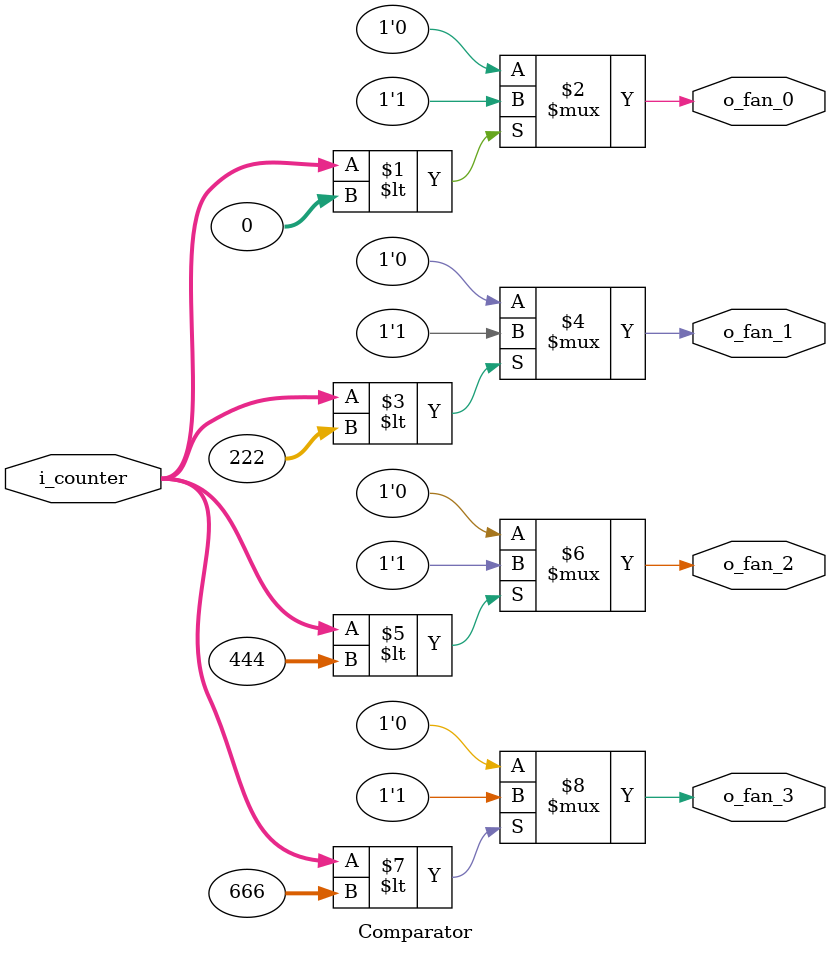
<source format=v>
`timescale 1ns / 1ps

module Comparator(
    input [9:0] i_counter,
    output o_fan_0, o_fan_1, o_fan_2, o_fan_3
    );

    /* 
        o_fan_0 :  0%
        o_fan_1 : 22%
        o_fan_2 : 44%
        o_fan_3 : 66%
    */

    assign o_fan_0 = (i_counter < 0)   ? 1'b1 : 1'b0;
    assign o_fan_1 = (i_counter < 222) ? 1'b1 : 1'b0;
    assign o_fan_2 = (i_counter < 444) ? 1'b1 : 1'b0;
    assign o_fan_3 = (i_counter < 666) ? 1'b1 : 1'b0;
endmodule

</source>
